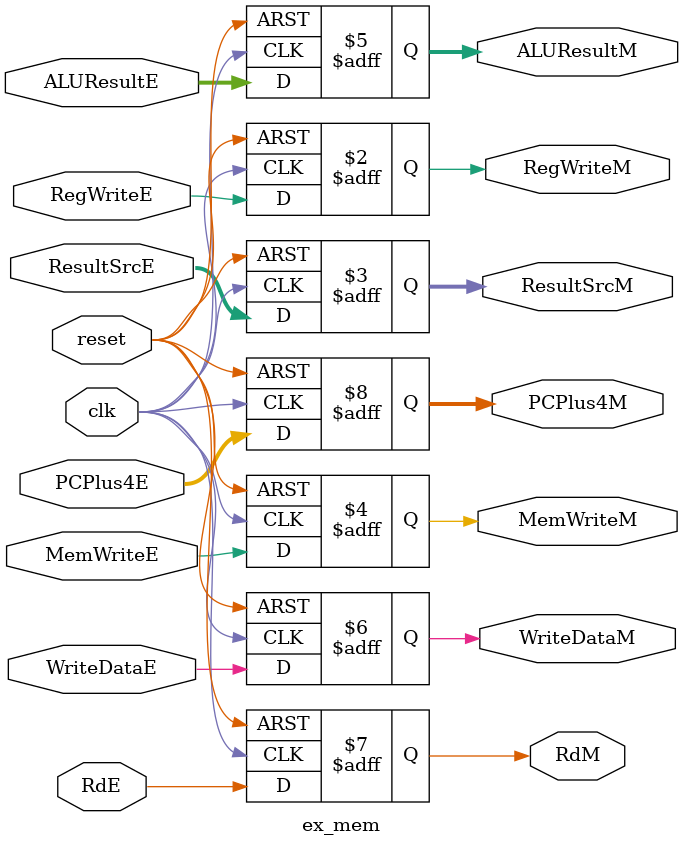
<source format=sv>
`timescale 1ns / 1ps

module ex_mem(

    input   logic        clk, reset, 
    input   logic        RegWriteE,
    input   logic [1:0]  ResultSrcE,
    input   logic        MemWriteE, 
    input   logic [31:0] ALUResultE, 
    input   logic        WriteDataE, 
    input   logic        RdE,
    input   logic [31:0] PCPlus4E,

    output logic        RegWriteM,
    output logic [1:0]  ResultSrcM,
    output logic        MemWriteM, 
    output logic [31:0] ALUResultM, 
    output logic        WriteDataM, 
    output logic        RdM,
    output logic [31:0] PCPlus4M);
    
    always_ff@(posedge clk,posedge reset)
        if (reset) begin 
            RegWriteM <= 0;
            ResultSrcM <= 0;
            MemWriteM <= 0;
            ALUResultM <= 0;
            WriteDataM <= 0;
            RdM <= 0;
            PCPlus4M <= 0;
         end 
         else begin 
            RegWriteM <= RegWriteE;
            ResultSrcM <= ResultSrcE;
            MemWriteM <= MemWriteE;
            ALUResultM <= ALUResultE;
            WriteDataM <= WriteDataE;
            RdM <= RdE;
            PCPlus4M <= PCPlus4E;
         end
    
    
endmodule

</source>
